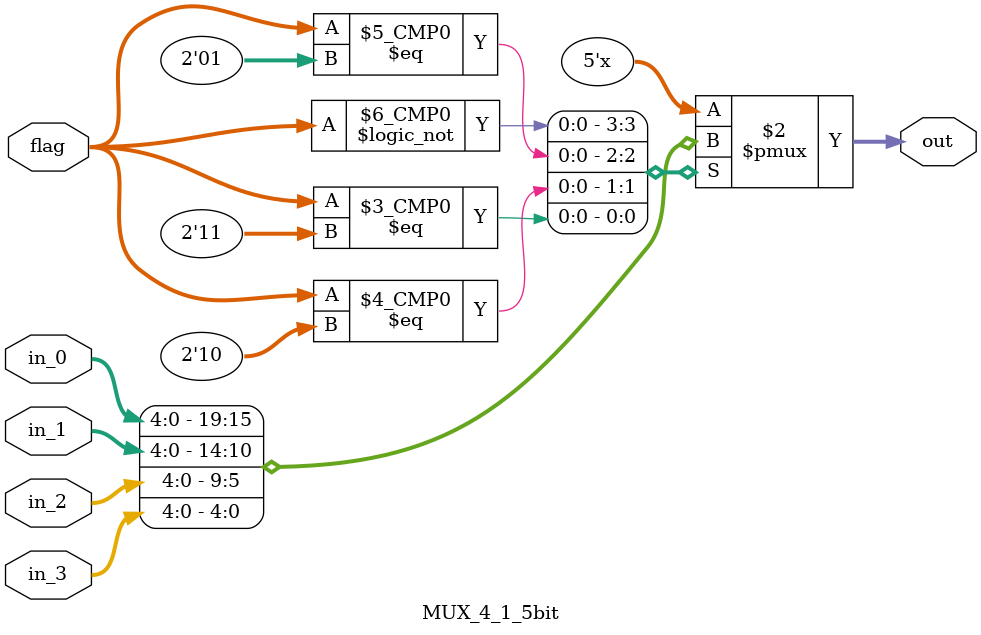
<source format=v>
`timescale 1ns / 1ps

module MUX_4_1_5bit( input [4:0] in_0,
					 input [4:0] in_1,
					 input [4:0] in_2,
					 input [4:0] in_3,
					 input [1:0] flag,
					 output reg [4:0] out
    );


always @ (*) begin
case (flag)
	2'b00 : out = in_0;
	2'b01 : out = in_1;
	2'b10 : out = in_2;
	2'b11 : out = in_3;
	default : out = 32'b00000000000000000000000000000000;

endcase
end

endmodule

</source>
